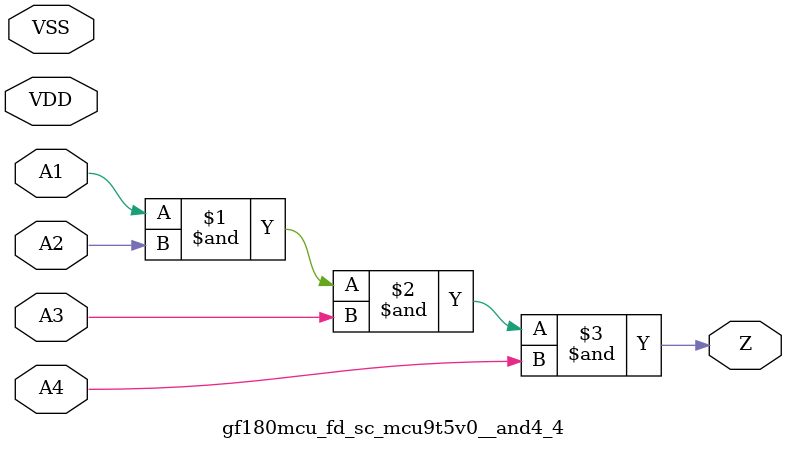
<source format=v>

module gf180mcu_fd_sc_mcu9t5v0__and4_4( A4, A3, A1, A2, Z, VDD, VSS );
input A1, A2, A3, A4;
inout VDD, VSS;
output Z;

	and MGM_BG_0( Z, A1, A2, A3, A4 );

endmodule

</source>
